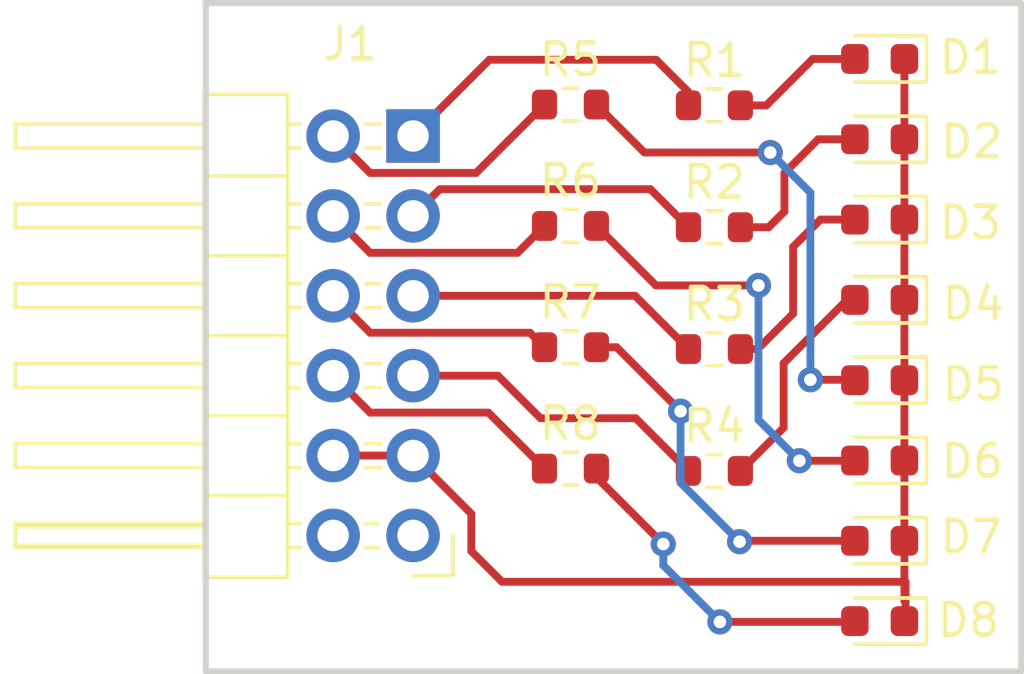
<source format=kicad_pcb>
(kicad_pcb (version 20241229) (generator "pcbnew") (generator_version "9.0")
  (layers (0 "F.Cu" signal) (2 "B.Cu" signal) (13 "F.Paste" user) (15 "B.Paste" user) (5 "F.SilkS" user "F.Silkscreen") (7 "B.SilkS" user "B.Silkscreen") (1 "F.Mask" user) (3 "B.Mask" user) (25 "Edge.Cuts" user))
  (net 0 "")
  (net 1 "GND")
  (net 2 "Net-(R5-Pad2)")
  (net 3 "Net-(D2-Pad2)")
  (net 4 "Net-(D3-Pad2)")
  (net 5 "Net-(D4-Pad2)")
  (net 6 "Net-(D5-Pad2)")
  (net 7 "Net-(D6-Pad2)")
  (net 8 "Net-(D7-Pad2)")
  (net 9 "Net-(D8-Pad2)")
  (net 10 "Net-(J1-Pad1)")
  (net 11 "Net-(J1-Pad2)")
  (net 12 "Net-(J1-Pad3)")
  (net 13 "Net-(J1-Pad4)")
  (net 14 "+3V3")
  (net 15 "Net-(R5-Pad1)")
  (net 16 "Net-(J1-Pad8)")
  (net 17 "Net-(J1-Pad9)")
  (net 18 "Net-(J1-Pad10)")
  (footprint "Resistor_SMD:R_0603_1608Metric" (layer "F.Cu") (at 138.575 73.75)
    (property "Reference" "R1" (at 0 -1.43 0) (layer "F.SilkS"))
    (property "Value" "270" (hide yes))
    (fp_line (start -0.237258 -0.5225) (end 0.237258 -0.5225) (stroke (width 0.12)) (layer "F.SilkS"))
    (fp_line (start -0.237258 0.5225) (end 0.237258 0.5225) (stroke (width 0.12)) (layer "F.SilkS"))
    (pad "1" smd roundrect (at -0.825 0) (size 0.8 0.95) (layers "F.Cu" "F.Mask" "F.Paste") (net 10 "Net-(J1-Pad1)"))
    (pad "2" smd roundrect (at 0.825 0) (size 0.8 0.95) (layers "F.Cu" "F.Mask" "F.Paste") (net 9 "Net-(D8-Pad2)"))
  )
  (footprint "Resistor_SMD:R_0603_1608Metric" (layer "F.Cu") (at 138.575 77.625)
    (property "Reference" "R2" (at 0 -1.43 0) (layer "F.SilkS"))
    (property "Value" "270" (hide yes))
    (fp_line (start -0.237258 -0.5225) (end 0.237258 -0.5225) (stroke (width 0.12)) (layer "F.SilkS"))
    (fp_line (start -0.237258 0.5225) (end 0.237258 0.5225) (stroke (width 0.12)) (layer "F.SilkS"))
    (pad "1" smd roundrect (at -0.825 0) (size 0.8 0.95) (layers "F.Cu" "F.Mask" "F.Paste") (net 11 "Net-(J1-Pad2)"))
    (pad "2" smd roundrect (at 0.825 0) (size 0.8 0.95) (layers "F.Cu" "F.Mask" "F.Paste") (net 8 "Net-(D7-Pad2)"))
  )
  (footprint "Resistor_SMD:R_0603_1608Metric" (layer "F.Cu") (at 138.575 81.5)
    (property "Reference" "R3" (at 0 -1.43 0) (layer "F.SilkS"))
    (property "Value" "270" (hide yes))
    (fp_line (start -0.237258 -0.5225) (end 0.237258 -0.5225) (stroke (width 0.12)) (layer "F.SilkS"))
    (fp_line (start -0.237258 0.5225) (end 0.237258 0.5225) (stroke (width 0.12)) (layer "F.SilkS"))
    (pad "1" smd roundrect (at -0.825 0) (size 0.8 0.95) (layers "F.Cu" "F.Mask" "F.Paste") (net 12 "Net-(J1-Pad3)"))
    (pad "2" smd roundrect (at 0.825 0) (size 0.8 0.95) (layers "F.Cu" "F.Mask" "F.Paste") (net 7 "Net-(D6-Pad2)"))
  )
  (footprint "Resistor_SMD:R_0603_1608Metric" (layer "F.Cu") (at 138.575 85.375)
    (property "Reference" "R4" (at 0 -1.43 0) (layer "F.SilkS"))
    (property "Value" "270" (hide yes))
    (fp_line (start -0.237258 -0.5225) (end 0.237258 -0.5225) (stroke (width 0.12)) (layer "F.SilkS"))
    (fp_line (start -0.237258 0.5225) (end 0.237258 0.5225) (stroke (width 0.12)) (layer "F.SilkS"))
    (pad "1" smd roundrect (at -0.825 0) (size 0.8 0.95) (layers "F.Cu" "F.Mask" "F.Paste") (net 13 "Net-(J1-Pad4)"))
    (pad "2" smd roundrect (at 0.825 0) (size 0.8 0.95) (layers "F.Cu" "F.Mask" "F.Paste") (net 6 "Net-(D5-Pad2)"))
  )
  (footprint "LED_SMD:LED_0603_1608Metric" (layer "F.Cu") (at 143.825 77.382142 180)
    (property "Reference" "D3" (at -2.875 -0.1 0) (layer "F.SilkS"))
    (property "Value" "LED" (hide yes))
    (fp_line (start 0.8 -0.735) (end -1.485 -0.735) (stroke (width 0.12)) (layer "F.SilkS"))
    (fp_line (start -1.485 0.735) (end 0.8 0.735) (stroke (width 0.12)) (layer "F.SilkS"))
    (fp_line (start -1.485 -0.735) (end -1.485 0.735) (stroke (width 0.12)) (layer "F.SilkS"))
    (pad "1" smd roundrect (at -0.7875 0 180) (size 0.875 0.95) (layers "F.Cu" "F.Mask" "F.Paste") (net 1 "GND"))
    (pad "2" smd roundrect (at 0.7875 0 180) (size 0.875 0.95) (layers "F.Cu" "F.Mask" "F.Paste") (net 7 "Net-(D6-Pad2)"))
  )
  (footprint "LED_SMD:LED_0603_1608Metric" (layer "F.Cu") (at 143.825 74.828571 180)
    (property "Reference" "D2" (at -2.925 -0.075 0) (layer "F.SilkS"))
    (property "Value" "LED" (hide yes))
    (fp_line (start 0.8 -0.735) (end -1.485 -0.735) (stroke (width 0.12)) (layer "F.SilkS"))
    (fp_line (start -1.485 0.735) (end 0.8 0.735) (stroke (width 0.12)) (layer "F.SilkS"))
    (fp_line (start -1.485 -0.735) (end -1.485 0.735) (stroke (width 0.12)) (layer "F.SilkS"))
    (pad "1" smd roundrect (at -0.7875 0 180) (size 0.875 0.95) (layers "F.Cu" "F.Mask" "F.Paste") (net 1 "GND"))
    (pad "2" smd roundrect (at 0.7875 0 180) (size 0.875 0.95) (layers "F.Cu" "F.Mask" "F.Paste") (net 8 "Net-(D7-Pad2)"))
  )
  (footprint "LED_SMD:LED_0603_1608Metric" (layer "F.Cu") (at 143.825 72.275 180)
    (property "Reference" "D1" (at -2.875 0.05 0) (layer "F.SilkS"))
    (property "Value" "LED" (hide yes))
    (fp_line (start 0.8 -0.735) (end -1.485 -0.735) (stroke (width 0.12)) (layer "F.SilkS"))
    (fp_line (start -1.485 0.735) (end 0.8 0.735) (stroke (width 0.12)) (layer "F.SilkS"))
    (fp_line (start -1.485 -0.735) (end -1.485 0.735) (stroke (width 0.12)) (layer "F.SilkS"))
    (pad "1" smd roundrect (at -0.7875 0 180) (size 0.875 0.95) (layers "F.Cu" "F.Mask" "F.Paste") (net 1 "GND"))
    (pad "2" smd roundrect (at 0.7875 0 180) (size 0.875 0.95) (layers "F.Cu" "F.Mask" "F.Paste") (net 9 "Net-(D8-Pad2)"))
  )
  (footprint "LED_SMD:LED_0603_1608Metric" (layer "F.Cu") (at 143.825 79.935713 180)
    (property "Reference" "D4" (at -2.975 -0.125 0) (layer "F.SilkS"))
    (property "Value" "LED" (hide yes))
    (fp_line (start 0.8 -0.735) (end -1.485 -0.735) (stroke (width 0.12)) (layer "F.SilkS"))
    (fp_line (start -1.485 0.735) (end 0.8 0.735) (stroke (width 0.12)) (layer "F.SilkS"))
    (fp_line (start -1.485 -0.735) (end -1.485 0.735) (stroke (width 0.12)) (layer "F.SilkS"))
    (pad "1" smd roundrect (at -0.7875 0 180) (size 0.875 0.95) (layers "F.Cu" "F.Mask" "F.Paste") (net 1 "GND"))
    (pad "2" smd roundrect (at 0.7875 0 180) (size 0.875 0.95) (layers "F.Cu" "F.Mask" "F.Paste") (net 6 "Net-(D5-Pad2)"))
  )
  (footprint "LED_SMD:LED_0603_1608Metric" (layer "F.Cu") (at 143.825 85.042855 180)
    (property "Reference" "D6" (at -2.95 -0.025 0) (layer "F.SilkS"))
    (property "Value" "LED" (hide yes))
    (fp_line (start 0.8 -0.735) (end -1.485 -0.735) (stroke (width 0.12)) (layer "F.SilkS"))
    (fp_line (start -1.485 0.735) (end 0.8 0.735) (stroke (width 0.12)) (layer "F.SilkS"))
    (fp_line (start -1.485 -0.735) (end -1.485 0.735) (stroke (width 0.12)) (layer "F.SilkS"))
    (pad "1" smd roundrect (at -0.7875 0 180) (size 0.875 0.95) (layers "F.Cu" "F.Mask" "F.Paste") (net 1 "GND"))
    (pad "2" smd roundrect (at 0.7875 0 180) (size 0.875 0.95) (layers "F.Cu" "F.Mask" "F.Paste") (net 3 "Net-(D2-Pad2)"))
  )
  (footprint "Connector_PinHeader_2.54mm:PinHeader_2x06_P2.54mm_Horizontal" (layer "F.Cu") (at 129 87.425 180)
    (property "Reference" "J1" (at 2 15.625 180) (layer "F.SilkS"))
    (property "Value" "Conn_02x06_Counter_Clockwise" (hide yes))
    (fp_line (start 12.64 13.08) (end 6.64 13.08) (stroke (width 0.12)) (layer "F.SilkS"))
    (fp_line (start 12.64 12.32) (end 12.64 13.08) (stroke (width 0.12)) (layer "F.SilkS"))
    (fp_line (start 12.64 10.54) (end 6.64 10.54) (stroke (width 0.12)) (layer "F.SilkS"))
    (fp_line (start 12.64 9.78) (end 12.64 10.54) (stroke (width 0.12)) (layer "F.SilkS"))
    (fp_line (start 12.64 8) (end 6.64 8) (stroke (width 0.12)) (layer "F.SilkS"))
    (fp_line (start 12.64 7.24) (end 12.64 8) (stroke (width 0.12)) (layer "F.SilkS"))
    (fp_line (start 12.64 5.46) (end 6.64 5.46) (stroke (width 0.12)) (layer "F.SilkS"))
    (fp_line (start 12.64 4.7) (end 12.64 5.46) (stroke (width 0.12)) (layer "F.SilkS"))
    (fp_line (start 12.64 2.92) (end 6.64 2.92) (stroke (width 0.12)) (layer "F.SilkS"))
    (fp_line (start 12.64 2.16) (end 12.64 2.92) (stroke (width 0.12)) (layer "F.SilkS"))
    (fp_line (start 12.64 0.38) (end 6.64 0.38) (stroke (width 0.12)) (layer "F.SilkS"))
    (fp_line (start 12.64 -0.38) (end 12.64 0.38) (stroke (width 0.12)) (layer "F.SilkS"))
    (fp_line (start 6.64 14.03) (end 6.64 -1.33) (stroke (width 0.12)) (layer "F.SilkS"))
    (fp_line (start 6.64 12.32) (end 12.64 12.32) (stroke (width 0.12)) (layer "F.SilkS"))
    (fp_line (start 6.64 9.78) (end 12.64 9.78) (stroke (width 0.12)) (layer "F.SilkS"))
    (fp_line (start 6.64 7.24) (end 12.64 7.24) (stroke (width 0.12)) (layer "F.SilkS"))
    (fp_line (start 6.64 4.7) (end 12.64 4.7) (stroke (width 0.12)) (layer "F.SilkS"))
    (fp_line (start 6.64 2.16) (end 12.64 2.16) (stroke (width 0.12)) (layer "F.SilkS"))
    (fp_line (start 6.64 0.28) (end 12.64 0.28) (stroke (width 0.12)) (layer "F.SilkS"))
    (fp_line (start 6.64 -0.32) (end 12.64 -0.32) (stroke (width 0.12)) (layer "F.SilkS"))
    (fp_line (start 6.64 -0.38) (end 12.64 -0.38) (stroke (width 0.12)) (layer "F.SilkS"))
    (fp_line (start 6.64 -1.33) (end 3.98 -1.33) (stroke (width 0.12)) (layer "F.SilkS"))
    (fp_line (start 3.98 14.03) (end 6.64 14.03) (stroke (width 0.12)) (layer "F.SilkS"))
    (fp_line (start 3.98 11.43) (end 6.64 11.43) (stroke (width 0.12)) (layer "F.SilkS"))
    (fp_line (start 3.98 8.89) (end 6.64 8.89) (stroke (width 0.12)) (layer "F.SilkS"))
    (fp_line (start 3.98 6.35) (end 6.64 6.35) (stroke (width 0.12)) (layer "F.SilkS"))
    (fp_line (start 3.98 3.81) (end 6.64 3.81) (stroke (width 0.12)) (layer "F.SilkS"))
    (fp_line (start 3.98 1.27) (end 6.64 1.27) (stroke (width 0.12)) (layer "F.SilkS"))
    (fp_line (start 3.98 -1.33) (end 3.98 14.03) (stroke (width 0.12)) (layer "F.SilkS"))
    (fp_line (start 3.582929 13.08) (end 3.98 13.08) (stroke (width 0.12)) (layer "F.SilkS"))
    (fp_line (start 3.582929 12.32) (end 3.98 12.32) (stroke (width 0.12)) (layer "F.SilkS"))
    (fp_line (start 3.582929 10.54) (end 3.98 10.54) (stroke (width 0.12)) (layer "F.SilkS"))
    (fp_line (start 3.582929 9.78) (end 3.98 9.78) (stroke (width 0.12)) (layer "F.SilkS"))
    (fp_line (start 3.582929 8) (end 3.98 8) (stroke (width 0.12)) (layer "F.SilkS"))
    (fp_line (start 3.582929 7.24) (end 3.98 7.24) (stroke (width 0.12)) (layer "F.SilkS"))
    (fp_line (start 3.582929 5.46) (end 3.98 5.46) (stroke (width 0.12)) (layer "F.SilkS"))
    (fp_line (start 3.582929 4.7) (end 3.98 4.7) (stroke (width 0.12)) (layer "F.SilkS"))
    (fp_line (start 3.582929 2.92) (end 3.98 2.92) (stroke (width 0.12)) (layer "F.SilkS"))
    (fp_line (start 3.582929 2.16) (end 3.98 2.16) (stroke (width 0.12)) (layer "F.SilkS"))
    (fp_line (start 3.582929 0.38) (end 3.98 0.38) (stroke (width 0.12)) (layer "F.SilkS"))
    (fp_line (start 3.582929 -0.38) (end 3.98 -0.38) (stroke (width 0.12)) (layer "F.SilkS"))
    (fp_line (start 1.11 0.38) (end 1.497071 0.38) (stroke (width 0.12)) (layer "F.SilkS"))
    (fp_line (start 1.11 -0.38) (end 1.497071 -0.38) (stroke (width 0.12)) (layer "F.SilkS"))
    (fp_line (start 1.042929 13.08) (end 1.497071 13.08) (stroke (width 0.12)) (layer "F.SilkS"))
    (fp_line (start 1.042929 12.32) (end 1.497071 12.32) (stroke (width 0.12)) (layer "F.SilkS"))
    (fp_line (start 1.042929 10.54) (end 1.497071 10.54) (stroke (width 0.12)) (layer "F.SilkS"))
    (fp_line (start 1.042929 9.78) (end 1.497071 9.78) (stroke (width 0.12)) (layer "F.SilkS"))
    (fp_line (start 1.042929 8) (end 1.497071 8) (stroke (width 0.12)) (layer "F.SilkS"))
    (fp_line (start 1.042929 7.24) (end 1.497071 7.24) (stroke (width 0.12)) (layer "F.SilkS"))
    (fp_line (start 1.042929 5.46) (end 1.497071 5.46) (stroke (width 0.12)) (layer "F.SilkS"))
    (fp_line (start 1.042929 4.7) (end 1.497071 4.7) (stroke (width 0.12)) (layer "F.SilkS"))
    (fp_line (start 1.042929 2.92) (end 1.497071 2.92) (stroke (width 0.12)) (layer "F.SilkS"))
    (fp_line (start 1.042929 2.16) (end 1.497071 2.16) (stroke (width 0.12)) (layer "F.SilkS"))
    (fp_line (start -1.27 0) (end -1.27 -1.27) (stroke (width 0.12)) (layer "F.SilkS"))
    (fp_line (start -1.27 -1.27) (end 0 -1.27) (stroke (width 0.12)) (layer "F.SilkS"))
    (pad "1" thru_hole rect (at 0 12.7 180) (size 1.7 1.7) (drill 1) (layers "*.Cu" "*.Mask") (net 10 "Net-(J1-Pad1)"))
    (pad "2" thru_hole oval (at 0 10.16 180) (size 1.7 1.7) (drill 1) (layers "*.Cu" "*.Mask") (net 11 "Net-(J1-Pad2)"))
    (pad "3" thru_hole oval (at 0 7.62 180) (size 1.7 1.7) (drill 1) (layers "*.Cu" "*.Mask") (net 12 "Net-(J1-Pad3)"))
    (pad "4" thru_hole oval (at 0 5.08 180) (size 1.7 1.7) (drill 1) (layers "*.Cu" "*.Mask") (net 13 "Net-(J1-Pad4)"))
    (pad "5" thru_hole oval (at 0 2.54 180) (size 1.7 1.7) (drill 1) (layers "*.Cu" "*.Mask") (net 1 "GND"))
    (pad "6" thru_hole oval (at 0 0 180) (size 1.7 1.7) (drill 1) (layers "*.Cu" "*.Mask") (net 14 "+3V3"))
    (pad "7" thru_hole oval (at 2.54 12.7 180) (size 1.7 1.7) (drill 1) (layers "*.Cu" "*.Mask") (net 15 "Net-(R5-Pad1)"))
    (pad "8" thru_hole oval (at 2.54 10.16 180) (size 1.7 1.7) (drill 1) (layers "*.Cu" "*.Mask") (net 16 "Net-(J1-Pad8)"))
    (pad "9" thru_hole oval (at 2.54 7.62 180) (size 1.7 1.7) (drill 1) (layers "*.Cu" "*.Mask") (net 17 "Net-(J1-Pad9)"))
    (pad "10" thru_hole oval (at 2.54 5.08 180) (size 1.7 1.7) (drill 1) (layers "*.Cu" "*.Mask") (net 18 "Net-(J1-Pad10)"))
    (pad "11" thru_hole oval (at 2.54 2.54 180) (size 1.7 1.7) (drill 1) (layers "*.Cu" "*.Mask") (net 1 "GND"))
    (pad "12" thru_hole oval (at 2.54 0 180) (size 1.7 1.7) (drill 1) (layers "*.Cu" "*.Mask") (net 14 "+3V3"))
  )
  (footprint "LED_SMD:LED_0603_1608Metric" (layer "F.Cu") (at 143.825 90.15 180)
    (property "Reference" "D8" (at -2.8125 0.025 0) (layer "F.SilkS"))
    (property "Value" "LED" (hide yes))
    (fp_line (start 0.8 -0.735) (end -1.485 -0.735) (stroke (width 0.12)) (layer "F.SilkS"))
    (fp_line (start -1.485 0.735) (end 0.8 0.735) (stroke (width 0.12)) (layer "F.SilkS"))
    (fp_line (start -1.485 -0.735) (end -1.485 0.735) (stroke (width 0.12)) (layer "F.SilkS"))
    (pad "1" smd roundrect (at -0.7875 0 180) (size 0.875 0.95) (layers "F.Cu" "F.Mask" "F.Paste") (net 1 "GND"))
    (pad "2" smd roundrect (at 0.7875 0 180) (size 0.875 0.95) (layers "F.Cu" "F.Mask" "F.Paste") (net 5 "Net-(D4-Pad2)"))
  )
  (footprint "Resistor_SMD:R_0603_1608Metric" (layer "F.Cu") (at 134 85.3)
    (property "Reference" "R8" (at 0 -1.43 0) (layer "F.SilkS"))
    (property "Value" "270" (hide yes))
    (fp_line (start -0.237258 -0.5225) (end 0.237258 -0.5225) (stroke (width 0.12)) (layer "F.SilkS"))
    (fp_line (start -0.237258 0.5225) (end 0.237258 0.5225) (stroke (width 0.12)) (layer "F.SilkS"))
    (pad "1" smd roundrect (at -0.825 0) (size 0.8 0.95) (layers "F.Cu" "F.Mask" "F.Paste") (net 18 "Net-(J1-Pad10)"))
    (pad "2" smd roundrect (at 0.825 0) (size 0.8 0.95) (layers "F.Cu" "F.Mask" "F.Paste") (net 5 "Net-(D4-Pad2)"))
  )
  (footprint "LED_SMD:LED_0603_1608Metric" (layer "F.Cu") (at 143.825 82.489284 180)
    (property "Reference" "D5" (at -2.975 -0.125 0) (layer "F.SilkS"))
    (property "Value" "LED" (hide yes))
    (fp_line (start 0.8 -0.735) (end -1.485 -0.735) (stroke (width 0.12)) (layer "F.SilkS"))
    (fp_line (start -1.485 0.735) (end 0.8 0.735) (stroke (width 0.12)) (layer "F.SilkS"))
    (fp_line (start -1.485 -0.735) (end -1.485 0.735) (stroke (width 0.12)) (layer "F.SilkS"))
    (pad "1" smd roundrect (at -0.7875 0 180) (size 0.875 0.95) (layers "F.Cu" "F.Mask" "F.Paste") (net 1 "GND"))
    (pad "2" smd roundrect (at 0.7875 0 180) (size 0.875 0.95) (layers "F.Cu" "F.Mask" "F.Paste") (net 2 "Net-(R5-Pad2)"))
  )
  (footprint "Resistor_SMD:R_0603_1608Metric" (layer "F.Cu") (at 134 81.441666)
    (property "Reference" "R7" (at 0 -1.43 0) (layer "F.SilkS"))
    (property "Value" "270" (hide yes))
    (fp_line (start -0.237258 -0.5225) (end 0.237258 -0.5225) (stroke (width 0.12)) (layer "F.SilkS"))
    (fp_line (start -0.237258 0.5225) (end 0.237258 0.5225) (stroke (width 0.12)) (layer "F.SilkS"))
    (pad "1" smd roundrect (at -0.825 0) (size 0.8 0.95) (layers "F.Cu" "F.Mask" "F.Paste") (net 17 "Net-(J1-Pad9)"))
    (pad "2" smd roundrect (at 0.825 0) (size 0.8 0.95) (layers "F.Cu" "F.Mask" "F.Paste") (net 4 "Net-(D3-Pad2)"))
  )
  (footprint "Resistor_SMD:R_0603_1608Metric" (layer "F.Cu") (at 134 77.583333)
    (property "Reference" "R6" (at 0 -1.43 0) (layer "F.SilkS"))
    (property "Value" "270" (hide yes))
    (fp_line (start -0.237258 -0.5225) (end 0.237258 -0.5225) (stroke (width 0.12)) (layer "F.SilkS"))
    (fp_line (start -0.237258 0.5225) (end 0.237258 0.5225) (stroke (width 0.12)) (layer "F.SilkS"))
    (pad "1" smd roundrect (at -0.825 0) (size 0.8 0.95) (layers "F.Cu" "F.Mask" "F.Paste") (net 16 "Net-(J1-Pad8)"))
    (pad "2" smd roundrect (at 0.825 0) (size 0.8 0.95) (layers "F.Cu" "F.Mask" "F.Paste") (net 3 "Net-(D2-Pad2)"))
  )
  (footprint "Resistor_SMD:R_0603_1608Metric" (layer "F.Cu") (at 134 73.725)
    (property "Reference" "R5" (at 0 -1.43 0) (layer "F.SilkS"))
    (property "Value" "270" (hide yes))
    (fp_line (start -0.237258 -0.5225) (end 0.237258 -0.5225) (stroke (width 0.12)) (layer "F.SilkS"))
    (fp_line (start -0.237258 0.5225) (end 0.237258 0.5225) (stroke (width 0.12)) (layer "F.SilkS"))
    (pad "1" smd roundrect (at -0.825 0) (size 0.8 0.95) (layers "F.Cu" "F.Mask" "F.Paste") (net 15 "Net-(R5-Pad1)"))
    (pad "2" smd roundrect (at 0.825 0) (size 0.8 0.95) (layers "F.Cu" "F.Mask" "F.Paste") (net 2 "Net-(R5-Pad2)"))
  )
  (footprint "LED_SMD:LED_0603_1608Metric" (layer "F.Cu") (at 143.825 87.596426 180)
    (property "Reference" "D7" (at -2.9 0.125 0) (layer "F.SilkS"))
    (property "Value" "LED" (hide yes))
    (fp_line (start 0.8 -0.735) (end -1.485 -0.735) (stroke (width 0.12)) (layer "F.SilkS"))
    (fp_line (start -1.485 0.735) (end 0.8 0.735) (stroke (width 0.12)) (layer "F.SilkS"))
    (fp_line (start -1.485 -0.735) (end -1.485 0.735) (stroke (width 0.12)) (layer "F.SilkS"))
    (pad "1" smd roundrect (at -0.7875 0 180) (size 0.875 0.95) (layers "F.Cu" "F.Mask" "F.Paste") (net 1 "GND"))
    (pad "2" smd roundrect (at 0.7875 0 180) (size 0.875 0.95) (layers "F.Cu" "F.Mask" "F.Paste") (net 4 "Net-(D3-Pad2)"))
  )
  (gr_rect (start 122.4125 70.5) (end 148.325 91.75) (stroke (width 0.2)) (fill no) (layer "Edge.Cuts"))
  (segment (start 144.65 89.55) (end 144.65 90.1125) (width 0.25) (layer "F.Cu") (net 1))
  (segment (start 144.6125 89.5125) (end 144.65 89.55) (width 0.25) (layer "F.Cu") (net 1))
  (segment (start 126.46 84.885) (end 129 84.885) (width 0.25) (layer "F.Cu") (net 1))
  (segment (start 144.6125 72.275) (end 144.6125 89.5125) (width 0.25) (layer "F.Cu") (net 1))
  (segment (start 144.65 90.1125) (end 144.6125 90.15) (width 0.25) (layer "F.Cu") (net 1))
  (segment (start 131.825 88.9) (end 144.65 88.9) (width 0.25) (layer "F.Cu") (net 1))
  (segment (start 144.65 88.9) (end 144.65 89.55) (width 0.25) (layer "F.Cu") (net 1))
  (segment (start 130.85 86.735) (end 130.85 87.925) (width 0.25) (layer "F.Cu") (net 1))
  (segment (start 130.85 87.925) (end 131.825 88.9) (width 0.25) (layer "F.Cu") (net 1))
  (segment (start 129 84.885) (end 130.85 86.735) (width 0.25) (layer "F.Cu") (net 1))
  (segment (start 136.35 75.25) (end 140.35 75.25) (width 0.25) (layer "F.Cu") (net 2))
  (segment (start 141.625 82.475) (end 143.023216 82.475) (width 0.25) (layer "F.Cu") (net 2))
  (segment (start 134.825 73.725) (end 136.35 75.25) (width 0.25) (layer "F.Cu") (net 2))
  (segment (start 143.023216 82.475) (end 143.0375 82.489284) (width 0.25) (layer "F.Cu") (net 2))
  (via (at 141.625 82.475) (size 0.8) (drill 0.4) (layers "F.Cu" "B.Cu") (net 2))
  (via (at 140.35 75.25) (size 0.8) (drill 0.4) (layers "F.Cu" "B.Cu") (net 2))
  (segment (start 140.35 75.25) (end 141.625 76.525) (width 0.25) (layer "B.Cu") (net 2))
  (segment (start 141.625 76.525) (end 141.625 82.475) (width 0.25) (layer "B.Cu") (net 2))
  (segment (start 143.030355 85.05) (end 143.0375 85.042855) (width 0.25) (layer "F.Cu") (net 3))
  (segment (start 141.275 85.05) (end 143.030355 85.05) (width 0.25) (layer "F.Cu") (net 3))
  (segment (start 134.825 77.583333) (end 136.716667 79.475) (width 0.25) (layer "F.Cu") (net 3))
  (segment (start 136.716667 79.475) (end 139.975 79.475) (width 0.25) (layer "F.Cu") (net 3))
  (via (at 139.975 79.475) (size 0.8) (drill 0.4) (layers "F.Cu" "B.Cu") (net 3))
  (via (at 141.275 85.05) (size 0.8) (drill 0.4) (layers "F.Cu" "B.Cu") (net 3))
  (segment (start 139.975 83.75) (end 141.275 85.05) (width 0.25) (layer "B.Cu") (net 3))
  (segment (start 139.975 79.475) (end 139.975 83.75) (width 0.25) (layer "B.Cu") (net 3))
  (segment (start 135.466666 81.441666) (end 137.5 83.475) (width 0.25) (layer "F.Cu") (net 4))
  (segment (start 139.375 87.625) (end 139.403574 87.596426) (width 0.25) (layer "F.Cu") (net 4))
  (segment (start 139.403574 87.596426) (end 143.0375 87.596426) (width 0.25) (layer "F.Cu") (net 4))
  (segment (start 134.825 81.441666) (end 135.466666 81.441666) (width 0.25) (layer "F.Cu") (net 4))
  (via (at 139.375 87.625) (size 0.8) (drill 0.4) (layers "F.Cu" "B.Cu") (net 4))
  (via (at 137.5 83.475) (size 0.8) (drill 0.4) (layers "F.Cu" "B.Cu") (net 4))
  (segment (start 137.5 85.75) (end 139.375 87.625) (width 0.25) (layer "B.Cu") (net 4))
  (segment (start 137.5 83.475) (end 137.5 85.75) (width 0.25) (layer "B.Cu") (net 4))
  (segment (start 138.75 90.175) (end 143.0125 90.175) (width 0.25) (layer "F.Cu") (net 5))
  (segment (start 134.825 85.3) (end 134.825 85.575) (width 0.25) (layer "F.Cu") (net 5))
  (segment (start 134.825 85.575) (end 136.95 87.7) (width 0.25) (layer "F.Cu") (net 5))
  (segment (start 143.0125 90.175) (end 143.0375 90.15) (width 0.25) (layer "F.Cu") (net 5))
  (via (at 136.95 87.7) (size 0.8) (drill 0.4) (layers "F.Cu" "B.Cu") (net 5))
  (via (at 138.75 90.175) (size 0.8) (drill 0.4) (layers "F.Cu" "B.Cu") (net 5))
  (segment (start 136.95 87.7) (end 136.95 88.375) (width 0.25) (layer "B.Cu") (net 5))
  (segment (start 136.95 88.375) (end 138.75 90.175) (width 0.25) (layer "B.Cu") (net 5))
  (segment (start 139.4 85.375) (end 140.775 84) (width 0.25) (layer "F.Cu") (net 6))
  (segment (start 140.775 81.95) (end 142.789287 79.935713) (width 0.25) (layer "F.Cu") (net 6))
  (segment (start 140.775 84) (end 140.775 81.95) (width 0.25) (layer "F.Cu") (net 6))
  (segment (start 142.789287 79.935713) (end 143.0375 79.935713) (width 0.25) (layer "F.Cu") (net 6))
  (segment (start 139.4 81.5) (end 139.95 81.5) (width 0.25) (layer "F.Cu") (net 7))
  (segment (start 141.942858 77.382142) (end 143.0375 77.382142) (width 0.25) (layer "F.Cu") (net 7))
  (segment (start 139.95 81.5) (end 141.075 80.375) (width 0.25) (layer "F.Cu") (net 7))
  (segment (start 141.075 78.25) (end 141.942858 77.382142) (width 0.25) (layer "F.Cu") (net 7))
  (segment (start 141.075 80.375) (end 141.075 78.25) (width 0.25) (layer "F.Cu") (net 7))
  (segment (start 140.3 77.625) (end 140.8 77.125) (width 0.25) (layer "F.Cu") (net 8))
  (segment (start 140.8 77.125) (end 140.8 75.9) (width 0.25) (layer "F.Cu") (net 8))
  (segment (start 141.871429 74.828571) (end 143.0375 74.828571) (width 0.25) (layer "F.Cu") (net 8))
  (segment (start 139.4 77.625) (end 140.3 77.625) (width 0.25) (layer "F.Cu") (net 8))
  (segment (start 140.8 75.9) (end 141.871429 74.828571) (width 0.25) (layer "F.Cu") (net 8))
  (segment (start 141.7 72.275) (end 143.0375 72.275) (width 0.25) (layer "F.Cu") (net 9))
  (segment (start 139.4 73.75) (end 140.225 73.75) (width 0.25) (layer "F.Cu") (net 9))
  (segment (start 140.225 73.75) (end 141.7 72.275) (width 0.25) (layer "F.Cu") (net 9))
  (segment (start 137.75 73.325) (end 137.75 73.75) (width 0.25) (layer "F.Cu") (net 10))
  (segment (start 129 74.725) (end 131.425 72.3) (width 0.25) (layer "F.Cu") (net 10))
  (segment (start 131.425 72.3) (end 136.725 72.3) (width 0.25) (layer "F.Cu") (net 10))
  (segment (start 136.725 72.3) (end 137.75 73.325) (width 0.25) (layer "F.Cu") (net 10))
  (segment (start 129 77.265) (end 129.85 76.415) (width 0.25) (layer "F.Cu") (net 11))
  (segment (start 129.85 76.415) (end 136.54 76.415) (width 0.25) (layer "F.Cu") (net 11))
  (segment (start 136.54 76.415) (end 137.75 77.625) (width 0.25) (layer "F.Cu") (net 11))
  (segment (start 129 79.805) (end 136.055 79.805) (width 0.25) (layer "F.Cu") (net 12))
  (segment (start 136.055 79.805) (end 137.75 81.5) (width 0.25) (layer "F.Cu") (net 12))
  (segment (start 136.075 83.7) (end 137.75 85.375) (width 0.25) (layer "F.Cu") (net 13))
  (segment (start 129 82.345) (end 131.695 82.345) (width 0.25) (layer "F.Cu") (net 13))
  (segment (start 133.05 83.7) (end 136.075 83.7) (width 0.25) (layer "F.Cu") (net 13))
  (segment (start 131.695 82.345) (end 133.05 83.7) (width 0.25) (layer "F.Cu") (net 13))
  (segment (start 127.634511 75.899511) (end 131.000489 75.899511) (width 0.25) (layer "F.Cu") (net 15))
  (segment (start 126.46 74.725) (end 127.634511 75.899511) (width 0.25) (layer "F.Cu") (net 15))
  (segment (start 131.000489 75.899511) (end 133.175 73.725) (width 0.25) (layer "F.Cu") (net 15))
  (segment (start 126.46 77.265) (end 127.634511 78.439511) (width 0.25) (layer "F.Cu") (net 16))
  (segment (start 127.634511 78.439511) (end 132.318822 78.439511) (width 0.25) (layer "F.Cu") (net 16))
  (segment (start 132.318822 78.439511) (end 133.175 77.583333) (width 0.25) (layer "F.Cu") (net 16))
  (segment (start 126.46 79.805) (end 127.634511 80.979511) (width 0.25) (layer "F.Cu") (net 17))
  (segment (start 132.712845 80.979511) (end 133.175 81.441666) (width 0.25) (layer "F.Cu") (net 17))
  (segment (start 127.634511 80.979511) (end 132.712845 80.979511) (width 0.25) (layer "F.Cu") (net 17))
  (segment (start 127.634511 83.519511) (end 131.394511 83.519511) (width 0.25) (layer "F.Cu") (net 18))
  (segment (start 126.46 82.345) (end 127.634511 83.519511) (width 0.25) (layer "F.Cu") (net 18))
  (segment (start 131.394511 83.519511) (end 133.175 85.3) (width 0.25) (layer "F.Cu") (net 18))
)
</source>
